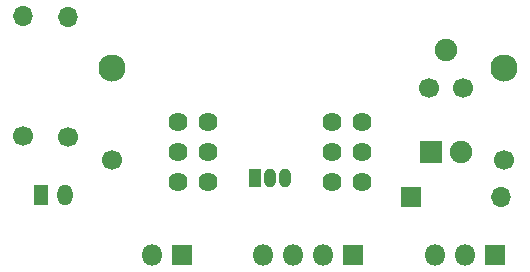
<source format=gts>
G04 #@! TF.FileFunction,Soldermask,Top*
%FSLAX46Y46*%
G04 Gerber Fmt 4.6, Leading zero omitted, Abs format (unit mm)*
G04 Created by KiCad (PCBNEW 4.0.7) date 12/05/17 12:39:38*
%MOMM*%
%LPD*%
G01*
G04 APERTURE LIST*
%ADD10C,0.127000*%
%ADD11C,1.700000*%
%ADD12R,1.900000X1.900000*%
%ADD13C,1.900000*%
%ADD14R,1.700000X1.700000*%
%ADD15O,1.700000X1.700000*%
%ADD16R,1.800000X1.800000*%
%ADD17O,1.800000X1.800000*%
%ADD18R,1.300000X1.800000*%
%ADD19O,1.300000X1.800000*%
%ADD20O,1.000000X1.600000*%
%ADD21R,1.000000X1.600000*%
%ADD22C,1.624000*%
%ADD23C,2.300000*%
G04 APERTURE END LIST*
D10*
D11*
X177190000Y-96164400D03*
X170790000Y-90043000D03*
X143993000Y-96164400D03*
X173736000Y-90017600D03*
D12*
X171018000Y-95478600D03*
D13*
X173558000Y-95478600D03*
D14*
X169342000Y-99237800D03*
D15*
X176962000Y-99237800D03*
D16*
X149936000Y-104165000D03*
D17*
X147396000Y-104165000D03*
D16*
X164363000Y-104165000D03*
D17*
X161823000Y-104165000D03*
X159283000Y-104165000D03*
X156743000Y-104165000D03*
D16*
X176403000Y-104165000D03*
D17*
X173863000Y-104165000D03*
X171323000Y-104165000D03*
D18*
X137973000Y-99098100D03*
D19*
X139973000Y-99098100D03*
D20*
X157404000Y-97637600D03*
X158674000Y-97637600D03*
D21*
X156134000Y-97637600D03*
D11*
X136423000Y-94107000D03*
D15*
X136423000Y-83947000D03*
D11*
X140259000Y-94157800D03*
D15*
X140259000Y-83997800D03*
D22*
X165125000Y-92913200D03*
X165125000Y-95453200D03*
X165125000Y-97993200D03*
X162585000Y-92913200D03*
X162585000Y-95453200D03*
X162585000Y-97993200D03*
X152095000Y-92913200D03*
X152095000Y-95453200D03*
X152095000Y-97993200D03*
X149555000Y-92913200D03*
X149555000Y-95453200D03*
X149555000Y-97993200D03*
D23*
X143993000Y-88341200D03*
X177190000Y-88341200D03*
D13*
X172263000Y-86817200D03*
M02*

</source>
